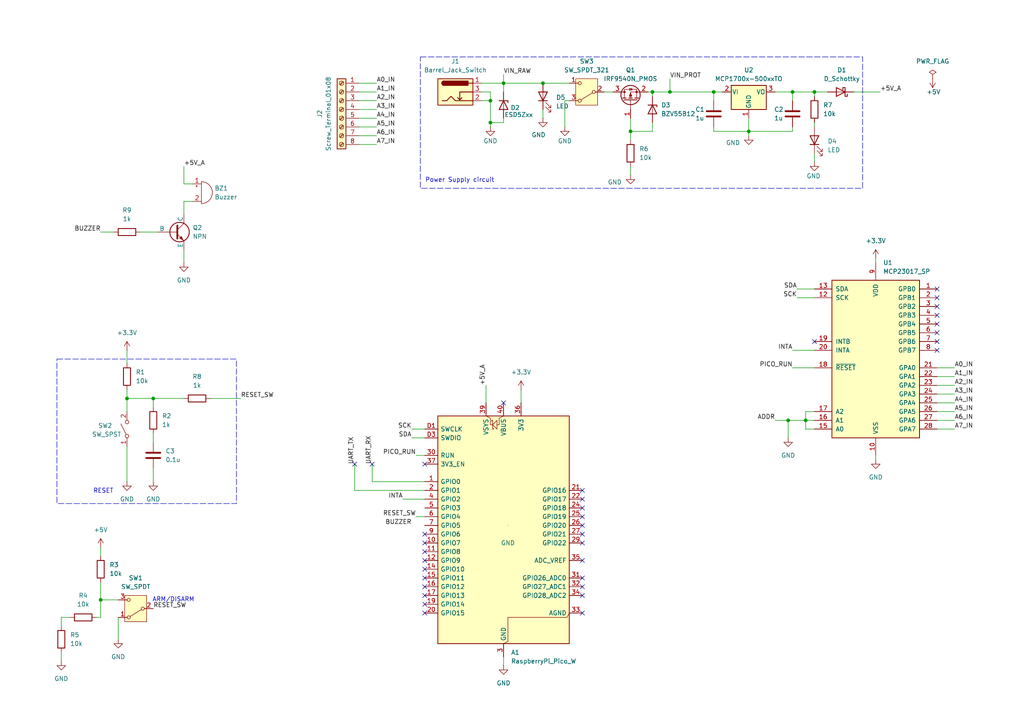
<source format=kicad_sch>
(kicad_sch (version 20250114) (generator "eeschema") (generator_version "9.0")
  (paper "A4")
  (lib_symbols
    (symbol "Connector:Barrel_Jack_Switch" (pin_names (hide yes))
      (property "Reference" "J" (at 0 5.334 0))
      (property "Value" "Barrel_Jack_Switch" (at 0 -5.08 0))
      (symbol "Barrel_Jack_Switch_0_1"
        (rectangle (start -5.08 3.81) (end 5.08 -3.81) (stroke (width 0.254)) (fill (type background)))
        (polyline (pts (xy -3.81 -2.54) (xy -2.54 -2.54) (xy -1.27 -1.27) (xy 0 -2.54) (xy 2.54 -2.54) (xy 5.08 -2.54)) (stroke (width 0.254)))
        (arc (start -3.302 1.905) (mid -3.9343 2.54) (end -3.302 3.175) (stroke (width 0.254)))
        (arc (start -3.302 1.905) (mid -3.9343 2.54) (end -3.302 3.175) (stroke (width 0.254)) (fill (type outline)))
        (polyline (pts (xy 1.27 -2.286) (xy 1.905 -1.651)) (stroke (width 0.254)))
        (rectangle (start 3.683 3.175) (end -3.302 1.905) (stroke (width 0.254)) (fill (type outline)))
        (polyline (pts (xy 5.08 2.54) (xy 3.81 2.54)) (stroke (width 0.254)))
        (polyline (pts (xy 5.08 0) (xy 1.27 0) (xy 1.27 -2.286) (xy 0.635 -1.651)) (stroke (width 0.254)))
      )
      (symbol "Barrel_Jack_Switch_1_1"
        (pin passive line (at 7.62 2.54 180) (length 2.54) (name "~") (number "1"))
        (pin passive line (at 7.62 0 180) (length 2.54) (name "~") (number "3"))
        (pin passive line (at 7.62 -2.54 180) (length 2.54) (name "~") (number "2"))
      )
    )
    (symbol "Connector:Screw_Terminal_01x08" (pin_names (offset 1.016) (hide yes))
      (property "Reference" "J" (at 0 10.16 0))
      (property "Value" "Screw_Terminal_01x08" (at 0 -12.7 0))
      (symbol "Screw_Terminal_01x08_1_1"
        (rectangle (start -1.27 8.89) (end 1.27 -11.43) (stroke (width 0.254)) (fill (type background)))
        (polyline (pts (xy -0.5334 7.9502) (xy 0.3302 7.112)) (stroke (width 0.1524)))
        (polyline (pts (xy -0.5334 5.4102) (xy 0.3302 4.572)) (stroke (width 0.1524)))
        (polyline (pts (xy -0.5334 2.8702) (xy 0.3302 2.032)) (stroke (width 0.1524)))
        (polyline (pts (xy -0.5334 0.3302) (xy 0.3302 -0.508)) (stroke (width 0.1524)))
        (polyline (pts (xy -0.5334 -2.2098) (xy 0.3302 -3.048)) (stroke (width 0.1524)))
        (polyline (pts (xy -0.5334 -4.7498) (xy 0.3302 -5.588)) (stroke (width 0.1524)))
        (polyline (pts (xy -0.5334 -7.2898) (xy 0.3302 -8.128)) (stroke (width 0.1524)))
        (polyline (pts (xy -0.5334 -9.8298) (xy 0.3302 -10.668)) (stroke (width 0.1524)))
        (polyline (pts (xy -0.3556 8.128) (xy 0.508 7.2898)) (stroke (width 0.1524)))
        (polyline (pts (xy -0.3556 5.588) (xy 0.508 4.7498)) (stroke (width 0.1524)))
        (polyline (pts (xy -0.3556 3.048) (xy 0.508 2.2098)) (stroke (width 0.1524)))
        (polyline (pts (xy -0.3556 0.508) (xy 0.508 -0.3302)) (stroke (width 0.1524)))
        (polyline (pts (xy -0.3556 -2.032) (xy 0.508 -2.8702)) (stroke (width 0.1524)))
        (polyline (pts (xy -0.3556 -4.572) (xy 0.508 -5.4102)) (stroke (width 0.1524)))
        (polyline (pts (xy -0.3556 -7.112) (xy 0.508 -7.9502)) (stroke (width 0.1524)))
        (polyline (pts (xy -0.3556 -9.652) (xy 0.508 -10.4902)) (stroke (width 0.1524)))
        (circle (center 0 7.62) (radius 0.635) (stroke (width 0.1524)))
        (circle (center 0 5.08) (radius 0.635) (stroke (width 0.1524)))
        (circle (center 0 2.54) (radius 0.635) (stroke (width 0.1524)))
        (circle (center 0 0) (radius 0.635) (stroke (width 0.1524)))
        (circle (center 0 -2.54) (radius 0.635) (stroke (width 0.1524)))
        (circle (center 0 -5.08) (radius 0.635) (stroke (width 0.1524)))
        (circle (center 0 -7.62) (radius 0.635) (stroke (width 0.1524)))
        (circle (center 0 -10.16) (radius 0.635) (stroke (width 0.1524)))
        (pin passive line (at -5.08 7.62 0) (length 3.81) (name "Pin_1") (number "1"))
        (pin passive line (at -5.08 5.08 0) (length 3.81) (name "Pin_2") (number "2"))
        (pin passive line (at -5.08 2.54 0) (length 3.81) (name "Pin_3") (number "3"))
        (pin passive line (at -5.08 0 0) (length 3.81) (name "Pin_4") (number "4"))
        (pin passive line (at -5.08 -2.54 0) (length 3.81) (name "Pin_5") (number "5"))
        (pin passive line (at -5.08 -5.08 0) (length 3.81) (name "Pin_6") (number "6"))
        (pin passive line (at -5.08 -7.62 0) (length 3.81) (name "Pin_7") (number "7"))
        (pin passive line (at -5.08 -10.16 0) (length 3.81) (name "Pin_8") (number "8"))
      )
    )
    (symbol "Device:Buzzer" (pin_names (offset 0.0254) (hide yes))
      (property "Reference" "BZ" (at 3.81 1.27 0))
      (property "Value" "Buzzer" (at 3.81 -1.27 0))
      (symbol "Buzzer_0_1"
        (polyline (pts (xy -1.651 1.905) (xy -1.143 1.905)))
        (polyline (pts (xy -1.397 2.159) (xy -1.397 1.651)))
        (arc (start 0 3.175) (mid 3.1612 0) (end 0 -3.175))
        (polyline (pts (xy 0 3.175) (xy 0 -3.175)))
      )
      (symbol "Buzzer_1_1"
        (pin passive line (at -2.54 2.54 0) (length 2.54) (name "+") (number "1"))
        (pin passive line (at -2.54 -2.54 0) (length 2.54) (name "-") (number "2"))
      )
    )
    (symbol "Device:C" (pin_numbers (hide yes)) (pin_names (offset 0.254))
      (property "Reference" "C" (at 0.635 2.54 0))
      (property "Value" "C" (at 0.635 -2.54 0))
      (symbol "C_0_1"
        (polyline (pts (xy -2.032 0.762) (xy 2.032 0.762)) (stroke (width 0.508)))
        (polyline (pts (xy -2.032 -0.762) (xy 2.032 -0.762)) (stroke (width 0.508)))
      )
      (symbol "C_1_1"
        (pin passive line (at 0 3.81 270) (length 2.794) (name "~") (number "1"))
        (pin passive line (at 0 -3.81 90) (length 2.794) (name "~") (number "2"))
      )
    )
    (symbol "Device:D_Schottky" (pin_numbers (hide yes)) (pin_names (offset 1.016) (hide yes))
      (property "Reference" "D" (at 0 2.54 0))
      (property "Value" "D_Schottky" (at 0 -2.54 0))
      (symbol "D_Schottky_0_1"
        (polyline (pts (xy -1.905 0.635) (xy -1.905 1.27) (xy -1.27 1.27) (xy -1.27 -1.27) (xy -0.635 -1.27) (xy -0.635 -0.635)) (stroke (width 0.254)))
        (polyline (pts (xy 1.27 1.27) (xy 1.27 -1.27) (xy -1.27 0) (xy 1.27 1.27)) (stroke (width 0.254)))
        (polyline (pts (xy 1.27 0) (xy -1.27 0)))
      )
      (symbol "D_Schottky_1_1"
        (pin passive line (at -3.81 0 0) (length 2.54) (name "K") (number "1"))
        (pin passive line (at 3.81 0 180) (length 2.54) (name "A") (number "2"))
      )
    )
    (symbol "Device:LED" (pin_numbers (hide yes)) (pin_names (offset 1.016) (hide yes))
      (property "Reference" "D" (at 0 2.54 0))
      (property "Value" "LED" (at 0 -2.54 0))
      (symbol "LED_0_1"
        (polyline (pts (xy -3.048 -0.762) (xy -4.572 -2.286) (xy -3.81 -2.286) (xy -4.572 -2.286) (xy -4.572 -1.524)))
        (polyline (pts (xy -1.778 -0.762) (xy -3.302 -2.286) (xy -2.54 -2.286) (xy -3.302 -2.286) (xy -3.302 -1.524)))
        (polyline (pts (xy -1.27 0) (xy 1.27 0)))
        (polyline (pts (xy -1.27 -1.27) (xy -1.27 1.27)) (stroke (width 0.254)))
        (polyline (pts (xy 1.27 -1.27) (xy 1.27 1.27) (xy -1.27 0) (xy 1.27 -1.27)) (stroke (width 0.254)))
      )
      (symbol "LED_1_1"
        (pin passive line (at -3.81 0 0) (length 2.54) (name "K") (number "1"))
        (pin passive line (at 3.81 0 180) (length 2.54) (name "A") (number "2"))
      )
    )
    (symbol "Device:R" (pin_numbers (hide yes)) (pin_names (offset 0))
      (property "Reference" "R" (at 2.032 0 90))
      (property "Value" "R" (at 0 0 90))
      (symbol "R_0_1"
        (rectangle (start -1.016 -2.54) (end 1.016 2.54) (stroke (width 0.254)))
      )
      (symbol "R_1_1"
        (pin passive line (at 0 3.81 270) (length 1.27) (name "~") (number "1"))
        (pin passive line (at 0 -3.81 90) (length 1.27) (name "~") (number "2"))
      )
    )
    (symbol "Diode:BZV55B12" (pin_numbers (hide yes)) (pin_names (hide yes))
      (property "Reference" "D" (at 0 2.54 0))
      (property "Value" "BZV55B12" (at 0 -2.54 0))
      (symbol "BZV55B12_0_1"
        (polyline (pts (xy -1.27 -1.27) (xy -1.27 1.27) (xy -0.762 1.27)) (stroke (width 0.254)))
        (polyline (pts (xy 1.27 0) (xy -1.27 0)))
        (polyline (pts (xy 1.27 -1.27) (xy 1.27 1.27) (xy -1.27 0) (xy 1.27 -1.27)) (stroke (width 0.254)))
      )
      (symbol "BZV55B12_1_1"
        (pin passive line (at -3.81 0 0) (length 2.54) (name "K") (number "1"))
        (pin passive line (at 3.81 0 180) (length 2.54) (name "A") (number "2"))
      )
    )
    (symbol "Diode:ESD5Zxx" (pin_numbers (hide yes)) (pin_names (hide yes))
      (property "Reference" "D" (at 0 2.54 0))
      (property "Value" "ESD5Zxx" (at 0 -2.54 0))
      (symbol "ESD5Zxx_0_1"
        (polyline (pts (xy -1.27 -1.27) (xy -1.27 1.27) (xy -0.762 1.27)) (stroke (width 0.254)))
        (polyline (pts (xy 1.27 0) (xy -1.27 0)))
        (polyline (pts (xy 1.27 -1.27) (xy 1.27 1.27) (xy -1.27 0) (xy 1.27 -1.27)) (stroke (width 0.254)))
      )
      (symbol "ESD5Zxx_1_1"
        (pin passive line (at -3.81 0 0) (length 2.54) (name "K") (number "1"))
        (pin passive line (at 3.81 0 180) (length 2.54) (name "A") (number "2"))
      )
    )
    (symbol "Interface_Expansion:MCP23017_SP" (pin_names (offset 1.016))
      (property "Reference" "U" (at -11.43 24.13 0))
      (property "Value" "MCP23017_SP" (at 0 0 0))
      (symbol "MCP23017_SP_0_1"
        (rectangle (start -12.7 22.86) (end 12.7 -22.86) (stroke (width 0.254)) (fill (type background)))
      )
      (symbol "MCP23017_SP_1_1"
        (pin bidirectional line (at -17.78 20.32 0) (length 5.08) (name "SDA") (number "13"))
        (pin input line (at -17.78 17.78 0) (length 5.08) (name "SCK") (number "12"))
        (pin tri_state line (at -17.78 5.08 0) (length 5.08) (name "INTB") (number "19"))
        (pin tri_state line (at -17.78 2.54 0) (length 5.08) (name "INTA") (number "20"))
        (pin input line (at -17.78 -2.54 0) (length 5.08) (name "~{RESET}") (number "18"))
        (pin input line (at -17.78 -15.24 0) (length 5.08) (name "A2") (number "17"))
        (pin input line (at -17.78 -17.78 0) (length 5.08) (name "A1") (number "16"))
        (pin input line (at -17.78 -20.32 0) (length 5.08) (name "A0") (number "15"))
        (pin no_connect line (at -12.7 15.24 0) (length 5.08) (hide yes) (name "NC") (number "11"))
        (pin no_connect line (at -12.7 12.7 0) (length 5.08) (hide yes) (name "NC") (number "14"))
        (pin power_in line (at 0 27.94 270) (length 5.08) (name "VDD") (number "9"))
        (pin power_in line (at 0 -27.94 90) (length 5.08) (name "VSS") (number "10"))
        (pin bidirectional line (at 17.78 20.32 180) (length 5.08) (name "GPB0") (number "1"))
        (pin bidirectional line (at 17.78 17.78 180) (length 5.08) (name "GPB1") (number "2"))
        (pin bidirectional line (at 17.78 15.24 180) (length 5.08) (name "GPB2") (number "3"))
        (pin bidirectional line (at 17.78 12.7 180) (length 5.08) (name "GPB3") (number "4"))
        (pin bidirectional line (at 17.78 10.16 180) (length 5.08) (name "GPB4") (number "5"))
        (pin bidirectional line (at 17.78 7.62 180) (length 5.08) (name "GPB5") (number "6"))
        (pin bidirectional line (at 17.78 5.08 180) (length 5.08) (name "GPB6") (number "7"))
        (pin output line (at 17.78 2.54 180) (length 5.08) (name "GPB7") (number "8"))
        (pin bidirectional line (at 17.78 -2.54 180) (length 5.08) (name "GPA0") (number "21"))
        (pin bidirectional line (at 17.78 -5.08 180) (length 5.08) (name "GPA1") (number "22"))
        (pin bidirectional line (at 17.78 -7.62 180) (length 5.08) (name "GPA2") (number "23"))
        (pin bidirectional line (at 17.78 -10.16 180) (length 5.08) (name "GPA3") (number "24"))
        (pin bidirectional line (at 17.78 -12.7 180) (length 5.08) (name "GPA4") (number "25"))
        (pin bidirectional line (at 17.78 -15.24 180) (length 5.08) (name "GPA5") (number "26"))
        (pin bidirectional line (at 17.78 -17.78 180) (length 5.08) (name "GPA6") (number "27"))
        (pin output line (at 17.78 -20.32 180) (length 5.08) (name "GPA7") (number "28"))
      )
    )
    (symbol "MCU_Module:RaspberryPi_Pico_W_Debug" (pin_names (offset 0.762))
      (property "Reference" "A" (at -19.05 35.56 0))
      (property "Value" "RaspberryPi_Pico_W" (at 7.62 35.56 0))
      (symbol "RaspberryPi_Pico_W_Debug_0_1"
        (rectangle (start -19.05 34.29) (end 19.05 -31.75) (stroke (width 0.254)) (fill (type background)))
        (polyline (pts (xy -5.08 34.29) (xy -3.81 33.655) (xy -3.81 31.75) (xy -3.175 31.75)))
        (polyline (pts (xy -3.429 32.766) (xy -3.429 33.02) (xy -3.175 33.02) (xy -3.175 30.48) (xy -2.921 30.48) (xy -2.921 30.734)))
        (polyline (pts (xy -3.175 31.75) (xy -1.905 33.02) (xy -1.905 30.48) (xy -3.175 31.75)))
        (polyline (pts (xy 0 34.29) (xy -1.27 33.655) (xy -1.27 31.75) (xy -1.905 31.75)))
        (polyline (pts (xy 0 -31.75) (xy 1.27 -31.115) (xy 1.27 -24.13) (xy 18.415 -24.13) (xy 19.05 -22.86)))
      )
      (symbol "RaspberryPi_Pico_W_Debug_1_1"
        (pin input line (at -22.86 30.48 0) (length 3.81) (name "SWCLK") (number "D1"))
        (pin bidirectional line (at -22.86 27.94 0) (length 3.81) (name "SWDIO") (number "D3"))
        (pin passive line (at -22.86 22.86 0) (length 3.81) (name "RUN") (number "30"))
        (pin passive line (at -22.86 20.32 0) (length 3.81) (name "3V3_EN") (number "37"))
        (pin bidirectional line (at -22.86 15.24 0) (length 3.81) (name "GPIO0") (number "1"))
        (pin bidirectional line (at -22.86 12.7 0) (length 3.81) (name "GPIO1") (number "2"))
        (pin bidirectional line (at -22.86 10.16 0) (length 3.81) (name "GPIO2") (number "4"))
        (pin bidirectional line (at -22.86 7.62 0) (length 3.81) (name "GPIO3") (number "5"))
        (pin bidirectional line (at -22.86 5.08 0) (length 3.81) (name "GPIO4") (number "6"))
        (pin bidirectional line (at -22.86 2.54 0) (length 3.81) (name "GPIO5") (number "7"))
        (pin bidirectional line (at -22.86 0 0) (length 3.81) (name "GPIO6") (number "9"))
        (pin bidirectional line (at -22.86 -2.54 0) (length 3.81) (name "GPIO7") (number "10"))
        (pin bidirectional line (at -22.86 -5.08 0) (length 3.81) (name "GPIO8") (number "11"))
        (pin bidirectional line (at -22.86 -7.62 0) (length 3.81) (name "GPIO9") (number "12"))
        (pin bidirectional line (at -22.86 -10.16 0) (length 3.81) (name "GPIO10") (number "14"))
        (pin bidirectional line (at -22.86 -12.7 0) (length 3.81) (name "GPIO11") (number "15"))
        (pin bidirectional line (at -22.86 -15.24 0) (length 3.81) (name "GPIO12") (number "16"))
        (pin bidirectional line (at -22.86 -17.78 0) (length 3.81) (name "GPIO13") (number "17"))
        (pin bidirectional line (at -22.86 -20.32 0) (length 3.81) (name "GPIO14") (number "19"))
        (pin bidirectional line (at -22.86 -22.86 0) (length 3.81) (name "GPIO15") (number "20"))
        (pin power_in line (at -5.08 38.1 270) (length 3.81) (name "VSYS") (number "39"))
        (pin power_out line (at 0 38.1 270) (length 3.81) (name "VBUS") (number "40"))
        (pin passive line (at 0 -35.56 90) (length 3.81) (hide yes) (name "GND") (number "13"))
        (pin passive line (at 0 -35.56 90) (length 3.81) (hide yes) (name "GND") (number "18"))
        (pin passive line (at 0 -35.56 90) (length 3.81) (hide yes) (name "GND") (number "23"))
        (pin passive line (at 0 -35.56 90) (length 3.81) (hide yes) (name "GND") (number "28"))
        (pin power_out line (at 0 -35.56 90) (length 3.81) (name "GND") (number "3"))
        (pin passive line (at 0 -35.56 90) (length 3.81) (hide yes) (name "GND") (number "38"))
        (pin passive line (at 0 -35.56 90) (length 3.81) (hide yes) (name "GND") (number "8"))
        (pin passive line (at 0 -35.56 90) (length 3.81) (hide yes) (name "GND") (number "D2"))
        (pin power_out line (at 5.08 38.1 270) (length 3.81) (name "3V3") (number "36"))
        (pin bidirectional line (at 22.86 12.7 180) (length 3.81) (name "GPIO16") (number "21"))
        (pin bidirectional line (at 22.86 10.16 180) (length 3.81) (name "GPIO17") (number "22"))
        (pin bidirectional line (at 22.86 7.62 180) (length 3.81) (name "GPIO18") (number "24"))
        (pin bidirectional line (at 22.86 5.08 180) (length 3.81) (name "GPIO19") (number "25"))
        (pin bidirectional line (at 22.86 2.54 180) (length 3.81) (name "GPIO20") (number "26"))
        (pin bidirectional line (at 22.86 0 180) (length 3.81) (name "GPIO21") (number "27"))
        (pin bidirectional line (at 22.86 -2.54 180) (length 3.81) (name "GPIO22") (number "29"))
        (pin power_in line (at 22.86 -7.62 180) (length 3.81) (name "ADC_VREF") (number "35"))
        (pin bidirectional line (at 22.86 -12.7 180) (length 3.81) (name "GPIO26_ADC0") (number "31"))
        (pin bidirectional line (at 22.86 -15.24 180) (length 3.81) (name "GPIO27_ADC1") (number "32"))
        (pin bidirectional line (at 22.86 -17.78 180) (length 3.81) (name "GPIO28_ADC2") (number "34"))
        (pin power_out line (at 22.86 -22.86 180) (length 3.81) (name "AGND") (number "33"))
      )
    )
    (symbol "Regulator_Linear:MCP1700x-500xxTO" (pin_names (offset 0.254))
      (property "Reference" "U" (at -3.81 -3.175 0))
      (property "Value" "MCP1700x-500xxTO" (at 0 -3.175 0))
      (symbol "MCP1700x-500xxTO_0_1"
        (rectangle (start -5.08 5.08) (end 5.08 -1.905) (stroke (width 0.254)) (fill (type background)))
      )
      (symbol "MCP1700x-500xxTO_1_1"
        (pin power_in line (at -7.62 0 0) (length 2.54) (name "VI") (number "2"))
        (pin power_in line (at 0 7.62 270) (length 2.54) (name "GND") (number "1"))
        (pin power_out line (at 7.62 0 180) (length 2.54) (name "VO") (number "3"))
      )
    )
    (symbol "Simulation_SPICE:NPN" (pin_numbers (hide yes)) (pin_names (offset 0))
      (property "Reference" "Q" (at -2.54 7.62 0))
      (property "Value" "NPN" (at -2.54 5.08 0))
      (symbol "NPN_0_1"
        (polyline (pts (xy -2.54 0) (xy 0.635 0)) (stroke (width 0.1524)))
        (polyline (pts (xy 0.635 1.905) (xy 0.635 -1.905) (xy 0.635 -1.905)) (stroke (width 0.508)))
        (polyline (pts (xy 0.635 0.635) (xy 2.54 2.54)))
        (polyline (pts (xy 0.635 -0.635) (xy 2.54 -2.54) (xy 2.54 -2.54)))
        (circle (center 1.27 0) (radius 2.8194) (stroke (width 0.254)))
        (polyline (pts (xy 1.27 -1.778) (xy 1.778 -1.27) (xy 2.286 -2.286) (xy 1.27 -1.778) (xy 1.27 -1.778)) (fill (type outline)))
        (polyline (pts (xy 2.794 -1.27) (xy 2.794 -1.27)) (stroke (width 0.1524)))
        (polyline (pts (xy 2.794 -1.27) (xy 2.794 -1.27)) (stroke (width 0.1524)))
      )
      (symbol "NPN_1_1"
        (pin input line (at -5.08 0 0) (length 2.54) (name "B") (number "2"))
        (pin open_collector line (at 2.54 5.08 270) (length 2.54) (name "C") (number "1"))
        (pin open_emitter line (at 2.54 -5.08 90) (length 2.54) (name "E") (number "3"))
      )
    )
    (symbol "Switch:SW_SPDT" (pin_names (offset 0) (hide yes))
      (property "Reference" "SW" (at 0 5.08 0))
      (property "Value" "SW_SPDT" (at 0 -5.08 0))
      (symbol "SW_SPDT_0_1"
        (circle (center -2.032 0) (radius 0.4572))
        (polyline (pts (xy -1.651 0.254) (xy 1.651 2.286)))
        (circle (center 2.032 2.54) (radius 0.4572))
        (circle (center 2.032 -2.54) (radius 0.4572))
      )
      (symbol "SW_SPDT_1_1"
        (rectangle (start -3.175 3.81) (end 3.175 -3.81) (fill (type background)))
        (pin passive line (at -5.08 0 0) (length 2.54) (name "B") (number "2"))
        (pin passive line (at 5.08 2.54 180) (length 2.54) (name "A") (number "1"))
        (pin passive line (at 5.08 -2.54 180) (length 2.54) (name "C") (number "3"))
      )
    )
    (symbol "Switch:SW_SPDT_321" (pin_names (offset 1) (hide yes))
      (property "Reference" "SW" (at 0 5.08 0))
      (property "Value" "SW_SPDT_321" (at 0 -5.08 0))
      (symbol "SW_SPDT_321_0_1"
        (circle (center -2.032 0) (radius 0.4572))
        (polyline (pts (xy -1.651 0.254) (xy 1.651 2.286)))
        (circle (center 2.032 2.54) (radius 0.4572))
        (circle (center 2.032 -2.54) (radius 0.4572))
      )
      (symbol "SW_SPDT_321_1_1"
        (rectangle (start -3.175 3.81) (end 3.175 -3.81) (fill (type background)))
        (pin passive line (at -5.08 0 0) (length 2.54) (name "B") (number "2"))
        (pin passive line (at 5.08 2.54 180) (length 2.54) (name "A") (number "3"))
        (pin passive line (at 5.08 -2.54 180) (length 2.54) (name "C") (number "1"))
      )
    )
    (symbol "Switch:SW_SPST" (pin_names (offset 0) (hide yes))
      (property "Reference" "SW" (at 0 3.175 0))
      (property "Value" "SW_SPST" (at 0 -2.54 0))
      (symbol "SW_SPST_0_0"
        (circle (center -2.032 0) (radius 0.508))
        (polyline (pts (xy -1.524 0.254) (xy 1.524 1.778)))
        (circle (center 2.032 0) (radius 0.508))
      )
      (symbol "SW_SPST_1_1"
        (pin passive line (at -5.08 0 0) (length 2.54) (name "A") (number "1"))
        (pin passive line (at 5.08 0 180) (length 2.54) (name "B") (number "2"))
      )
    )
    (symbol "Transistor_FET:Q_PMOS_GSD" (pin_names (offset 0) (hide yes))
      (property "Reference" "Q" (at 5.08 1.905 0))
      (property "Value" "Q_PMOS_GSD" (at 5.08 0 0))
      (symbol "Q_PMOS_GSD_0_1"
        (polyline (pts (xy 0.254 1.905) (xy 0.254 -1.905)) (stroke (width 0.254)))
        (polyline (pts (xy 0.254 0) (xy -2.54 0)))
        (polyline (pts (xy 0.762 2.286) (xy 0.762 1.27)) (stroke (width 0.254)))
        (polyline (pts (xy 0.762 1.778) (xy 3.302 1.778) (xy 3.302 -1.778) (xy 0.762 -1.778)))
        (polyline (pts (xy 0.762 0.508) (xy 0.762 -0.508)) (stroke (width 0.254)))
        (polyline (pts (xy 0.762 -1.27) (xy 0.762 -2.286)) (stroke (width 0.254)))
        (circle (center 1.651 0) (radius 2.794) (stroke (width 0.254)))
        (polyline (pts (xy 2.286 0) (xy 1.27 0.381) (xy 1.27 -0.381) (xy 2.286 0)) (fill (type outline)))
        (polyline (pts (xy 2.54 2.54) (xy 2.54 1.778)))
        (circle (center 2.54 1.778) (radius 0.254) (fill (type outline)))
        (circle (center 2.54 -1.778) (radius 0.254) (fill (type outline)))
        (polyline (pts (xy 2.54 -2.54) (xy 2.54 0) (xy 0.762 0)))
        (polyline (pts (xy 2.921 -0.381) (xy 3.683 -0.381)))
        (polyline (pts (xy 3.302 -0.381) (xy 2.921 0.254) (xy 3.683 0.254) (xy 3.302 -0.381)))
      )
      (symbol "Q_PMOS_GSD_1_1"
        (pin input line (at -5.08 0 0) (length 2.54) (name "G") (number "1"))
        (pin passive line (at 2.54 5.08 270) (length 2.54) (name "D") (number "3"))
        (pin passive line (at 2.54 -5.08 90) (length 2.54) (name "S") (number "2"))
      )
    )
    (symbol "power:+3.3V" (power) (pin_numbers (hide yes)) (pin_names (offset 0) (hide yes))
      (property "Value" "+3.3V" (at 0 3.556 0))
      (symbol "+3.3V_0_1"
        (polyline (pts (xy -0.762 1.27) (xy 0 2.54)))
        (polyline (pts (xy 0 2.54) (xy 0.762 1.27)))
        (polyline (pts (xy 0 0) (xy 0 2.54)))
      )
      (symbol "+3.3V_1_1"
        (pin power_in line (at 0 0 90) (length 0) (name "~") (number "1"))
      )
    )
    (symbol "power:+5V" (power) (pin_numbers (hide yes)) (pin_names (offset 0) (hide yes))
      (property "Value" "+5V" (at 0 3.556 0))
      (symbol "+5V_0_1"
        (polyline (pts (xy -0.762 1.27) (xy 0 2.54)))
        (polyline (pts (xy 0 2.54) (xy 0.762 1.27)))
        (polyline (pts (xy 0 0) (xy 0 2.54)))
      )
      (symbol "+5V_1_1"
        (pin power_in line (at 0 0 90) (length 0) (name "~") (number "1"))
      )
    )
    (symbol "power:GND" (power) (pin_numbers (hide yes)) (pin_names (offset 0) (hide yes))
      (property "Value" "GND" (at 0 -3.81 0))
      (symbol "GND_0_1"
        (polyline (pts (xy 0 0) (xy 0 -1.27) (xy 1.27 -1.27) (xy 0 -2.54) (xy -1.27 -1.27) (xy 0 -1.27)))
      )
      (symbol "GND_1_1"
        (pin power_in line (at 0 0 270) (length 0) (name "~") (number "1"))
      )
    )
    (symbol "power:PWR_FLAG" (power) (pin_numbers (hide yes)) (pin_names (offset 0) (hide yes))
      (property "Value" "PWR_FLAG" (at 0 3.81 0))
      (symbol "PWR_FLAG_0_0"
        (pin power_out line (at 0 0 90) (length 0) (name "~") (number "1"))
      )
      (symbol "PWR_FLAG_0_1"
        (polyline (pts (xy 0 0) (xy 0 1.27) (xy -1.016 1.905) (xy 0 2.54) (xy 1.016 1.905) (xy 0 1.27)))
      )
    )
  )
  (rectangle (start 121.92 16.51) (end 250.19 54.61) (stroke (width 0) (type dash)))
  (rectangle (start 16.51 104.14) (end 68.58 146.05) (stroke (width 0) (type dash)))
  (text "ARM/DISARM" (at 50.292 173.99 0) (effects (font (size 1.27 1.27))))
  (text "Power Supply circuit" (at 133.35 52.324 0) (effects (font (size 1.27 1.27))))
  (text "RESET" (at 29.972 142.494 0) (effects (font (size 1.27 1.27))))
  (junction (at 29.21 173.99))
  (junction (at 217.17 38.1))
  (junction (at 182.88 38.1))
  (junction (at 228.6 121.92))
  (junction (at 233.68 121.92))
  (junction (at 36.83 115.57))
  (junction (at 146.05 24.13))
  (junction (at 229.87 26.67))
  (junction (at 142.24 29.21))
  (junction (at 194.31 26.67))
  (junction (at 142.24 35.56))
  (junction (at 236.22 26.67))
  (junction (at 157.48 24.13))
  (junction (at 44.45 115.57))
  (junction (at 207.01 26.67))
  (junction (at 189.23 26.67))
  (no_connect (at 123.19 154.94))
  (no_connect (at 123.19 165.1))
  (no_connect (at 271.78 99.06))
  (no_connect (at 271.78 83.82))
  (no_connect (at 123.19 157.48))
  (no_connect (at 271.78 101.6))
  (no_connect (at 168.91 154.94))
  (no_connect (at 236.22 99.06))
  (no_connect (at 146.05 116.84))
  (no_connect (at 168.91 170.18))
  (no_connect (at 168.91 177.8))
  (no_connect (at 123.19 134.62))
  (no_connect (at 123.19 172.72))
  (no_connect (at 168.91 149.86))
  (no_connect (at 271.78 86.36))
  (no_connect (at 168.91 142.24))
  (no_connect (at 271.78 88.9))
  (no_connect (at 168.91 172.72))
  (no_connect (at 271.78 91.44))
  (no_connect (at 168.91 144.78))
  (no_connect (at 271.78 96.52))
  (no_connect (at 168.91 157.48))
  (no_connect (at 102.87 134.62))
  (no_connect (at 123.19 167.64))
  (no_connect (at 168.91 147.32))
  (no_connect (at 123.19 160.02))
  (no_connect (at 123.19 175.26))
  (no_connect (at 123.19 162.56))
  (no_connect (at 123.19 177.8))
  (no_connect (at 168.91 152.4))
  (no_connect (at 168.91 167.64))
  (no_connect (at 123.19 170.18))
  (no_connect (at 168.91 162.56))
  (no_connect (at 271.78 93.98))
  (no_connect (at 107.95 134.62))
  (wire (pts (xy 233.68 121.92) (xy 236.22 121.92)))
  (wire (pts (xy 228.6 121.92) (xy 233.68 121.92)))
  (wire (pts (xy 229.87 106.68) (xy 236.22 106.68)))
  (wire (pts (xy 40.64 67.31) (xy 45.72 67.31)))
  (wire (pts (xy 53.34 72.39) (xy 53.34 76.2)))
  (wire (pts (xy 44.45 115.57) (xy 53.34 115.57)))
  (wire (pts (xy 104.14 41.91) (xy 109.22 41.91)))
  (wire (pts (xy 182.88 38.1) (xy 182.88 40.64)))
  (wire (pts (xy 34.29 179.07) (xy 34.29 185.42)))
  (wire (pts (xy 36.83 115.57) (xy 36.83 119.38)))
  (wire (pts (xy 217.17 34.29) (xy 217.17 38.1)))
  (wire (pts (xy 233.68 119.38) (xy 236.22 119.38)))
  (wire (pts (xy 29.21 67.31) (xy 33.02 67.31)))
  (wire (pts (xy 53.34 48.26) (xy 53.34 53.34)))
  (wire (pts (xy 36.83 101.6) (xy 36.83 105.41)))
  (wire (pts (xy 146.05 24.13) (xy 146.05 26.67)))
  (wire (pts (xy 17.78 189.23) (xy 17.78 191.77)))
  (wire (pts (xy 271.78 111.76) (xy 276.86 111.76)))
  (wire (pts (xy 142.24 26.67) (xy 142.24 29.21)))
  (wire (pts (xy 29.21 173.99) (xy 29.21 179.07)))
  (wire (pts (xy 233.68 124.46) (xy 233.68 121.92)))
  (wire (pts (xy 17.78 179.07) (xy 17.78 181.61)))
  (wire (pts (xy 224.79 121.92) (xy 228.6 121.92)))
  (wire (pts (xy 247.65 26.67) (xy 255.27 26.67)))
  (wire (pts (xy 271.78 109.22) (xy 276.86 109.22)))
  (wire (pts (xy 120.65 132.08) (xy 123.19 132.08)))
  (wire (pts (xy 36.83 139.7) (xy 36.83 129.54)))
  (wire (pts (xy 104.14 26.67) (xy 109.22 26.67)))
  (wire (pts (xy 146.05 21.59) (xy 146.05 24.13)))
  (wire (pts (xy 271.78 106.68) (xy 276.86 106.68)))
  (wire (pts (xy 116.84 144.78) (xy 123.19 144.78)))
  (wire (pts (xy 194.31 26.67) (xy 207.01 26.67)))
  (wire (pts (xy 217.17 38.1) (xy 229.87 38.1)))
  (wire (pts (xy 217.17 38.1) (xy 207.01 38.1)))
  (wire (pts (xy 120.65 149.86) (xy 123.19 149.86)))
  (wire (pts (xy 231.14 83.82) (xy 236.22 83.82)))
  (wire (pts (xy 123.19 139.7) (xy 107.95 139.7)))
  (wire (pts (xy 55.88 58.42) (xy 53.34 58.42)))
  (wire (pts (xy 217.17 38.1) (xy 217.17 39.37)))
  (wire (pts (xy 104.14 31.75) (xy 109.22 31.75)))
  (wire (pts (xy 104.14 36.83) (xy 109.22 36.83)))
  (wire (pts (xy 146.05 190.5) (xy 146.05 193.04)))
  (wire (pts (xy 175.26 26.67) (xy 177.8 26.67)))
  (wire (pts (xy 236.22 35.56) (xy 236.22 36.83)))
  (wire (pts (xy 271.78 121.92) (xy 276.86 121.92)))
  (wire (pts (xy 36.83 113.03) (xy 36.83 115.57)))
  (wire (pts (xy 229.87 36.83) (xy 229.87 38.1)))
  (wire (pts (xy 271.78 124.46) (xy 276.86 124.46)))
  (wire (pts (xy 142.24 29.21) (xy 139.7 29.21)))
  (wire (pts (xy 44.45 135.89) (xy 44.45 139.7)))
  (wire (pts (xy 236.22 44.45) (xy 236.22 46.99)))
  (wire (pts (xy 236.22 124.46) (xy 233.68 124.46)))
  (wire (pts (xy 142.24 36.83) (xy 142.24 35.56)))
  (wire (pts (xy 189.23 27.94) (xy 189.23 26.67)))
  (wire (pts (xy 207.01 38.1) (xy 207.01 36.83)))
  (wire (pts (xy 229.87 26.67) (xy 229.87 29.21)))
  (wire (pts (xy 194.31 22.86) (xy 194.31 26.67)))
  (wire (pts (xy 229.87 26.67) (xy 236.22 26.67)))
  (wire (pts (xy 20.32 179.07) (xy 17.78 179.07)))
  (wire (pts (xy 36.83 115.57) (xy 44.45 115.57)))
  (wire (pts (xy 29.21 168.91) (xy 29.21 173.99)))
  (wire (pts (xy 53.34 53.34) (xy 55.88 53.34)))
  (wire (pts (xy 142.24 35.56) (xy 146.05 35.56)))
  (wire (pts (xy 228.6 121.92) (xy 228.6 127)))
  (wire (pts (xy 163.83 29.21) (xy 163.83 36.83)))
  (wire (pts (xy 236.22 26.67) (xy 240.03 26.67)))
  (wire (pts (xy 207.01 29.21) (xy 207.01 26.67)))
  (wire (pts (xy 151.13 113.03) (xy 151.13 116.84)))
  (wire (pts (xy 207.01 26.67) (xy 209.55 26.67)))
  (wire (pts (xy 102.87 142.24) (xy 102.87 134.62)))
  (wire (pts (xy 142.24 29.21) (xy 142.24 35.56)))
  (wire (pts (xy 139.7 26.67) (xy 142.24 26.67)))
  (wire (pts (xy 104.14 34.29) (xy 109.22 34.29)))
  (wire (pts (xy 146.05 229.87) (xy 140.97 229.87)))
  (wire (pts (xy 254 132.08) (xy 254 133.35)))
  (wire (pts (xy 189.23 26.67) (xy 194.31 26.67)))
  (wire (pts (xy 29.21 179.07) (xy 27.94 179.07)))
  (wire (pts (xy 233.68 121.92) (xy 233.68 119.38)))
  (wire (pts (xy 271.78 114.3) (xy 276.86 114.3)))
  (wire (pts (xy 29.21 173.99) (xy 34.29 173.99)))
  (wire (pts (xy 165.1 29.21) (xy 163.83 29.21)))
  (wire (pts (xy 146.05 24.13) (xy 157.48 24.13)))
  (wire (pts (xy 104.14 39.37) (xy 109.22 39.37)))
  (wire (pts (xy 119.38 127) (xy 123.19 127)))
  (wire (pts (xy 254 74.93) (xy 254 76.2)))
  (wire (pts (xy 231.14 86.36) (xy 236.22 86.36)))
  (wire (pts (xy 139.7 24.13) (xy 146.05 24.13)))
  (wire (pts (xy 107.95 139.7) (xy 107.95 134.62)))
  (wire (pts (xy 104.14 24.13) (xy 109.22 24.13)))
  (wire (pts (xy 146.05 34.29) (xy 146.05 35.56)))
  (wire (pts (xy 271.78 116.84) (xy 276.86 116.84)))
  (wire (pts (xy 224.79 26.67) (xy 229.87 26.67)))
  (wire (pts (xy 157.48 31.75) (xy 157.48 34.29)))
  (wire (pts (xy 123.19 142.24) (xy 102.87 142.24)))
  (wire (pts (xy 140.97 111.76) (xy 140.97 116.84)))
  (wire (pts (xy 60.96 115.57) (xy 69.85 115.57)))
  (wire (pts (xy 271.78 119.38) (xy 276.86 119.38)))
  (wire (pts (xy 53.34 58.42) (xy 53.34 62.23)))
  (wire (pts (xy 157.48 24.13) (xy 165.1 24.13)))
  (wire (pts (xy 119.38 124.46) (xy 123.19 124.46)))
  (wire (pts (xy 236.22 26.67) (xy 236.22 27.94)))
  (wire (pts (xy 182.88 34.29) (xy 182.88 38.1)))
  (wire (pts (xy 187.96 26.67) (xy 189.23 26.67)))
  (wire (pts (xy 182.88 38.1) (xy 189.23 38.1)))
  (wire (pts (xy 44.45 115.57) (xy 44.45 118.11)))
  (wire (pts (xy 229.87 101.6) (xy 236.22 101.6)))
  (wire (pts (xy 104.14 29.21) (xy 109.22 29.21)))
  (wire (pts (xy 189.23 35.56) (xy 189.23 38.1)))
  (wire (pts (xy 29.21 158.75) (xy 29.21 161.29)))
  (wire (pts (xy 44.45 125.73) (xy 44.45 128.27)))
  (wire (pts (xy 182.88 48.26) (xy 182.88 50.8)))
  (label "SDA" (at 231.14 83.82 180))
  (label "A7_IN" (at 109.22 41.91 0))
  (label "RESET_SW" (at 44.45 176.53 0))
  (label "RESET_SW" (at 69.85 115.57 0))
  (label "VIN_PROT" (at 194.31 22.86 0))
  (label "+5V_A" (at 255.27 26.67 0))
  (label "ADDR" (at 224.79 121.92 180))
  (label "A1_IN" (at 109.22 26.67 0))
  (label "INTA" (at 116.84 144.78 180))
  (label "INTA" (at 229.87 101.6 180))
  (label "A0_IN" (at 109.22 24.13 0))
  (label "SDA" (at 119.38 127 180))
  (label "A3_IN" (at 276.86 114.3 0))
  (label "VIN_RAW" (at 146.05 21.59 0))
  (label "A2_IN" (at 276.86 111.76 0))
  (label "A7_IN" (at 276.86 124.46 0))
  (label "A4_IN" (at 109.22 34.29 0))
  (label "UART_RX" (at 107.95 134.62 90))
  (label "UART_TX" (at 102.87 134.62 90))
  (label "SCK" (at 119.38 124.46 180))
  (label "A3_IN" (at 109.22 31.75 0))
  (label "PICO_RUN" (at 120.65 132.08 180))
  (label "BUZZER" (at 119.38 152.4 180))
  (label "A5_IN" (at 276.86 119.38 0))
  (label "BUZZER" (at 29.21 67.31 180))
  (label "A4_IN" (at 276.86 116.84 0))
  (label "A2_IN" (at 109.22 29.21 0))
  (label "RESET_SW" (at 120.65 149.86 180))
  (label "PICO_RUN" (at 229.87 106.68 180))
  (label "A6_IN" (at 109.22 39.37 0))
  (label "A5_IN" (at 109.22 36.83 0))
  (label "+5V_A" (at 140.97 111.76 90))
  (label "A1_IN" (at 276.86 109.22 0))
  (label "A6_IN" (at 276.86 121.92 0))
  (label "A0_IN" (at 276.86 106.68 0))
  (label "SCK" (at 231.14 86.36 180))
  (label "+5V_A" (at 53.34 48.26 0))
  (symbol (lib_id "power:GND") (at 236.22 46.99 0) (unit 1)
    (property "Reference" "#PWR012" (effects (hide yes)))
    (property "Value" "GND" (at 235.966 51.054 0))
    (property "Description" "Power symbol creates a global label with name \"GND\" , ground" (effects (hide yes)))
  )
  (symbol (lib_id "power:GND") (at 228.6 127 0) (unit 1)
    (property "Reference" "#PWR03" (effects (hide yes)))
    (property "Value" "GND" (at 228.6 132.08 0))
    (property "Description" "Power symbol creates a global label with name \"GND\" , ground" (effects (hide yes)))
  )
  (symbol (lib_id "power:GND") (at 142.24 36.83 0) (unit 1)
    (property "Reference" "#PWR018" (effects (hide yes)))
    (property "Value" "GND" (at 142.24 40.894 0))
    (property "Description" "Power symbol creates a global label with name \"GND\" , ground" (effects (hide yes)))
  )
  (symbol (lib_id "power:+3.3V") (at 36.83 101.6 0) (unit 1)
    (property "Reference" "#PWR011" (effects (hide yes)))
    (property "Value" "+3.3V" (at 36.83 96.52 0))
    (property "Description" "Power symbol creates a global label with name \"+3.3V\"" (effects (hide yes)))
  )
  (symbol (lib_id "Device:R") (at 24.13 179.07 270) (unit 1)
    (property "Reference" "R4" (at 24.13 172.72 90))
    (property "Value" "10k" (at 24.13 175.26 90))
    (property "Footprint" "Resistor_THT:R_Axial_DIN0207_L6.3mm_D2.5mm_P2.54mm_Vertical" (effects (hide yes)))
    (property "Description" "Resistor" (effects (hide yes)))
  )
  (symbol (lib_id "Transistor_FET:Q_PMOS_GSD") (at 182.88 29.21 90) (unit 1)
    (property "Reference" "Q1" (at 182.88 20.32 90))
    (property "Value" "IRF9540N_PMOS" (at 182.88 22.86 90))
    (property "Description" "P-MOSFET transistor, gate/source/drain" (effects (hide yes)))
  )
  (symbol (lib_id "Interface_Expansion:MCP23017_SP") (at 254 104.14 0) (unit 1)
    (property "Reference" "U1" (at 256.1433 76.2 0) (effects (justify left)))
    (property "Value" "MCP23017_SP" (at 256.1433 78.74 0) (effects (justify left)))
    (property "Footprint" "Package_DIP:DIP-28_W7.62mm" (effects (hide yes)))
    (property "Datasheet" "https://ww1.microchip.com/downloads/aemDocuments/documents/APID/ProductDocuments/DataSheets/MCP23017-Data-Sheet-DS20001952.pdf" (effects (hide yes)))
    (property "Description" "16-bit I/O expander, I2C, interrupts, w pull-ups, SPDIP-28" (effects (hide yes)))
  )
  (symbol (lib_id "Device:Buzzer") (at 58.42 55.88 0) (unit 1)
    (property "Reference" "BZ1" (at 62.23 54.6099 0) (effects (justify left)))
    (property "Value" "Buzzer" (at 62.23 57.1499 0) (effects (justify left)))
    (property "Description" "Buzzer, polarized" (effects (hide yes)))
  )
  (symbol (lib_id "power:GND") (at 17.78 191.77 0) (unit 1)
    (property "Reference" "#PWR07" (effects (hide yes)))
    (property "Value" "GND" (at 17.78 196.85 0))
    (property "Description" "Power symbol creates a global label with name \"GND\" , ground" (effects (hide yes)))
  )
  (symbol (lib_id "Device:R") (at 57.15 115.57 90) (unit 1)
    (property "Reference" "R8" (at 57.15 109.22 90))
    (property "Value" "1k" (at 57.15 111.76 90))
    (property "Footprint" "Resistor_THT:R_Axial_DIN0207_L6.3mm_D2.5mm_P2.54mm_Vertical" (effects (hide yes)))
    (property "Description" "Resistor" (effects (hide yes)))
  )
  (symbol (lib_id "Device:R") (at 17.78 185.42 180) (unit 1)
    (property "Reference" "R5" (at 20.32 184.1499 0) (effects (justify right)))
    (property "Value" "10k" (at 20.32 186.6899 0) (effects (justify right)))
    (property "Footprint" "Resistor_THT:R_Axial_DIN0207_L6.3mm_D2.5mm_P2.54mm_Vertical" (effects (hide yes)))
    (property "Description" "Resistor" (effects (hide yes)))
  )
  (symbol (lib_id "Device:R") (at 29.21 165.1 0) (unit 1)
    (property "Reference" "R3" (at 31.75 163.8299 0) (effects (justify left)))
    (property "Value" "10k" (at 31.75 166.3699 0) (effects (justify left)))
    (property "Footprint" "Resistor_THT:R_Axial_DIN0207_L6.3mm_D2.5mm_P2.54mm_Vertical" (effects (hide yes)))
    (property "Description" "Resistor" (effects (hide yes)))
  )
  (symbol (lib_id "Switch:SW_SPDT_321") (at 170.18 26.67 180) (unit 1)
    (property "Reference" "SW3" (at 170.18 17.78 0))
    (property "Value" "SW_SPDT_321" (at 170.18 20.32 0))
    (property "Description" "Switch, single pole double throw" (effects (hide yes)))
  )
  (symbol (lib_id "MCU_Module:RaspberryPi_Pico_W_Debug") (at 146.05 154.94 0) (unit 1)
    (property "Reference" "A1" (at 148.1933 189.23 0) (effects (justify left)))
    (property "Value" "RaspberryPi_Pico_W" (at 148.1933 191.77 0) (effects (justify left)))
    (property "Footprint" "Module:RaspberryPi_Pico_Common_THT" (effects (hide yes)))
    (property "Datasheet" "https://datasheets.raspberrypi.com/picow/pico-w-datasheet.pdf" (effects (hide yes)))
    (property "Description" "Versatile and inexpensive wireless microcontroller module (with debug pins) powered by RP2040 dual-core Arm Cortex-M0+ processor up to 133 MHz, 264kB SRAM, 2MB QSPI flash, Infineon CYW43439 2.4GHz 802.11n wireless LAN; also supports Raspberry Pi Pico 2 W" (effects (hide yes)))
  )
  (symbol (lib_id "Connector:Screw_Terminal_01x08") (at 99.06 31.75 0) (mirror y) (unit 1)
    (property "Reference" "J2" (at 92.71 33.02 90))
    (property "Value" "Screw_Terminal_01x08" (at 95.25 33.02 90))
    (property "Footprint" "TerminalBlock_Phoenix:TerminalBlock_Phoenix_PT-1,5-8-3.5-H_1x08_P3.50mm_Horizontal" (effects (hide yes)))
    (property "Description" "Generic screw terminal, single row, 01x08, script generated (kicad-library-utils/schlib/autogen/connector/)" (effects (hide yes)))
  )
  (symbol (lib_id "Switch:SW_SPST") (at 36.83 124.46 90) (unit 1)
    (property "Reference" "SW2" (at 28.448 123.444 90) (effects (justify right)))
    (property "Value" "SW_SPST" (at 26.67 125.984 90) (effects (justify right)))
    (property "Footprint" "Button_Switch_THT:SW_PUSH-12mm_Wuerth-430476085716" (effects (hide yes)))
    (property "Description" "Single Pole Single Throw (SPST) switch" (effects (hide yes)))
  )
  (symbol (lib_id "power:GND") (at 147.32 152.4 0) (unit 1)
    (property "Reference" "#PWR02" (effects (hide yes)))
    (property "Value" "GND" (at 147.32 157.48 0))
    (property "Description" "Power symbol creates a global label with name \"GND\" , ground" (effects (hide yes)))
  )
  (symbol (lib_id "Simulation_SPICE:NPN") (at 50.8 67.31 0) (unit 1)
    (property "Reference" "Q2" (at 55.88 66.0399 0) (effects (justify left)))
    (property "Value" "NPN" (at 55.88 68.5799 0) (effects (justify left)))
    (property "Datasheet" "https://ngspice.sourceforge.io/docs/ngspice-html-manual/manual.xhtml#cha_BJTs" (effects (hide yes)))
    (property "Description" "Bipolar transistor symbol for simulation only, substrate tied to the emitter" (effects (hide yes)))
    (property "Sim.Device" "NPN" (effects (hide yes)))
    (property "Sim.Type" "GUMMELPOON" (effects (hide yes)))
    (property "Sim.Pins" "1=C 2=B 3=E" (effects (hide yes)))
  )
  (symbol (lib_id "power:GND") (at 217.17 39.37 0) (unit 1)
    (property "Reference" "#PWR015" (effects (hide yes)))
    (property "Value" "GND" (at 212.598 41.402 0))
    (property "Description" "Power symbol creates a global label with name \"GND\" , ground" (effects (hide yes)))
  )
  (symbol (lib_id "Device:LED") (at 236.22 40.64 90) (unit 1)
    (property "Reference" "D4" (at 240.03 40.9574 90) (effects (justify right)))
    (property "Value" "LED" (at 240.03 43.4974 90) (effects (justify right)))
    (property "Description" "Light emitting diode" (effects (hide yes)))
    (property "Sim.Pins" "1=K 2=A" (effects (hide yes)))
  )
  (symbol (lib_id "Diode:ESD5Zxx") (at 146.05 30.48 270) (unit 1)
    (property "Reference" "D2" (at 148.082 31.242 90) (effects (justify left)))
    (property "Value" "ESD5Zxx" (at 146.304 33.274 90) (effects (justify left)))
    (property "Footprint" "Diode_SMD:D_SOD-523" (effects (hide yes)))
    (property "Datasheet" "https://www.onsemi.com/pdf/datasheet/esd5z2.5t1-d.pdf" (effects (hide yes)))
    (property "Description" "ESD Protection Diode, SOD-523" (effects (hide yes)))
  )
  (symbol (lib_id "power:+5V") (at 29.21 158.75 0) (unit 1)
    (property "Reference" "#PWR05" (effects (hide yes)))
    (property "Value" "+5V" (at 29.21 153.67 0))
    (property "Description" "Power symbol creates a global label with name \"+5V\"" (effects (hide yes)))
  )
  (symbol (lib_id "Connector:Barrel_Jack_Switch") (at 132.08 26.67 0) (unit 1)
    (property "Reference" "J1" (at 132.08 17.78 0))
    (property "Value" "Barrel_Jack_Switch" (at 132.08 20.32 0))
    (property "Footprint" "Connector_BarrelJack:BarrelJack_Horizontal" (effects (hide yes)))
    (property "Description" "DC Barrel Jack with an internal switch" (effects (hide yes)))
  )
  (symbol (lib_id "power:GND") (at 182.88 50.8 0) (unit 1)
    (property "Reference" "#PWR016" (effects (hide yes)))
    (property "Value" "GND" (at 178.308 52.832 0))
    (property "Description" "Power symbol creates a global label with name \"GND\" , ground" (effects (hide yes)))
  )
  (symbol (lib_id "Switch:SW_SPDT") (at 39.37 176.53 180) (unit 1)
    (property "Reference" "SW1" (at 39.37 167.64 0))
    (property "Value" "SW_SPDT" (at 39.37 170.18 0))
    (property "Footprint" "Button_Switch_THT:SW_Slide-03_Wuerth-WS-SLTV_10x2.5x6.4_P2.54mm" (effects (hide yes)))
    (property "Description" "Switch, single pole double throw" (effects (hide yes)))
  )
  (symbol (lib_id "power:+3.3V") (at 254 74.93 0) (unit 1)
    (property "Reference" "#PWR010" (effects (hide yes)))
    (property "Value" "+3.3V" (at 254 69.85 0))
    (property "Description" "Power symbol creates a global label with name \"+3.3V\"" (effects (hide yes)))
  )
  (symbol (lib_id "power:+5V") (at 270.51 22.86 180) (unit 1)
    (property "Reference" "#PWR01" (effects (hide yes)))
    (property "Value" "+5V" (at 270.764 26.67 0))
    (property "Description" "Power symbol creates a global label with name \"+5V\"" (effects (hide yes)))
  )
  (symbol (lib_id "Device:R") (at 36.83 109.22 0) (unit 1)
    (property "Reference" "R1" (at 39.37 107.9499 0) (effects (justify left)))
    (property "Value" "10k" (at 39.37 110.4899 0) (effects (justify left)))
    (property "Footprint" "Resistor_THT:R_Axial_DIN0207_L6.3mm_D2.5mm_P2.54mm_Vertical" (effects (hide yes)))
    (property "Description" "Resistor" (effects (hide yes)))
  )
  (symbol (lib_id "Device:LED") (at 157.48 27.94 90) (unit 1)
    (property "Reference" "D5" (at 161.29 28.2574 90) (effects (justify right)))
    (property "Value" "LED" (at 161.29 30.7974 90) (effects (justify right)))
    (property "Description" "Light emitting diode" (effects (hide yes)))
    (property "Sim.Pins" "1=K 2=A" (effects (hide yes)))
  )
  (symbol (lib_id "Device:D_Schottky") (at 243.84 26.67 180) (unit 1)
    (property "Reference" "D1" (at 244.1575 20.32 0))
    (property "Value" "D_Schottky" (at 244.1575 22.86 0))
    (property "Footprint" "Diode_THT:D_DO-15_P2.54mm_Vertical_AnodeUp" (effects (hide yes)))
    (property "Description" "Schottky diode" (effects (hide yes)))
  )
  (symbol (lib_id "power:PWR_FLAG") (at 270.51 22.86 0) (unit 1)
    (property "Reference" "#FLG01" (effects (hide yes)))
    (property "Value" "PWR_FLAG" (at 270.51 17.78 0))
    (property "Description" "Special symbol for telling ERC where power comes from" (effects (hide yes)))
  )
  (symbol (lib_id "power:GND") (at 34.29 185.42 0) (unit 1)
    (property "Reference" "#PWR06" (effects (hide yes)))
    (property "Value" "GND" (at 34.29 190.5 0))
    (property "Description" "Power symbol creates a global label with name \"GND\" , ground" (effects (hide yes)))
  )
  (symbol (lib_id "power:+3.3V") (at 151.13 113.03 0) (unit 1)
    (property "Reference" "#PWR014" (effects (hide yes)))
    (property "Value" "+3.3V" (at 151.13 107.95 0))
    (property "Description" "Power symbol creates a global label with name \"+3.3V\"" (effects (hide yes)))
  )
  (symbol (lib_id "power:GND") (at 53.34 76.2 0) (unit 1)
    (property "Reference" "#PWR020" (effects (hide yes)))
    (property "Value" "GND" (at 53.34 81.28 0))
    (property "Description" "Power symbol creates a global label with name \"GND\" , ground" (effects (hide yes)))
  )
  (symbol (lib_id "Diode:BZV55B12") (at 189.23 31.75 270) (unit 1)
    (property "Reference" "D3" (at 191.77 30.4799 90) (effects (justify left)))
    (property "Value" "BZV55B12" (at 191.77 33.0199 90) (effects (justify left)))
    (property "Footprint" "Diode_SMD:D_MiniMELF" (effects (hide yes)))
    (property "Datasheet" "https://assets.nexperia.com/documents/data-sheet/BZV55_SER.pdf" (effects (hide yes)))
    (property "Description" "12V, 500mW, 2%, Zener diode, MiniMELF" (effects (hide yes)))
  )
  (symbol (lib_id "power:GND") (at 163.83 36.83 0) (unit 1)
    (property "Reference" "#PWR019" (effects (hide yes)))
    (property "Value" "GND" (at 163.83 40.894 0))
    (property "Description" "Power symbol creates a global label with name \"GND\" , ground" (effects (hide yes)))
  )
  (symbol (lib_id "Device:R") (at 182.88 44.45 0) (unit 1)
    (property "Reference" "R6" (at 185.42 43.1799 0) (effects (justify left)))
    (property "Value" "10k" (at 185.42 45.7199 0) (effects (justify left)))
    (property "Footprint" "Resistor_THT:R_Axial_DIN0207_L6.3mm_D2.5mm_P2.54mm_Vertical" (effects (hide yes)))
    (property "Description" "Resistor" (effects (hide yes)))
  )
  (symbol (lib_id "Regulator_Linear:MCP1700x-500xxTO") (at 217.17 26.67 0) (mirror x) (unit 1)
    (property "Reference" "U2" (at 217.17 20.32 0))
    (property "Value" "MCP1700x-500xxTO" (at 217.17 22.86 0))
    (property "Footprint" "Package_TO_SOT_THT:TO-92_Inline" (effects (hide yes)))
    (property "Datasheet" "http://ww1.microchip.com/downloads/en/DeviceDoc/20001826D.pdf" (effects (hide yes)))
    (property "Description" "250mA Low Quiscent Current LDO, 5.0V output, TO-92" (effects (hide yes)))
  )
  (symbol (lib_id "power:GND") (at 36.83 139.7 0) (unit 1)
    (property "Reference" "#PWR08" (effects (hide yes)))
    (property "Value" "GND" (at 36.83 144.78 0))
    (property "Description" "Power symbol creates a global label with name \"GND\" , ground" (effects (hide yes)))
  )
  (symbol (lib_id "Device:C") (at 229.87 33.02 0) (unit 1)
    (property "Reference" "C2" (at 224.536 31.75 0) (effects (justify left)))
    (property "Value" "1u" (at 224.536 34.29 0) (effects (justify left)))
    (property "Footprint" "Capacitor_THT:CP_Radial_D10.0mm_P2.50mm" (effects (hide yes)))
    (property "Description" "Unpolarized capacitor" (effects (hide yes)))
  )
  (symbol (lib_id "Device:R") (at 44.45 121.92 0) (unit 1)
    (property "Reference" "R2" (at 46.99 120.6499 0) (effects (justify left)))
    (property "Value" "1k" (at 46.99 123.1899 0) (effects (justify left)))
    (property "Footprint" "Resistor_THT:R_Axial_DIN0207_L6.3mm_D2.5mm_P2.54mm_Vertical" (effects (hide yes)))
    (property "Description" "Resistor" (effects (hide yes)))
  )
  (symbol (lib_id "power:GND") (at 157.48 34.29 0) (unit 1)
    (property "Reference" "#PWR013" (effects (hide yes)))
    (property "Value" "GND" (at 156.21 39.116 0))
    (property "Description" "Power symbol creates a global label with name \"GND\" , ground" (effects (hide yes)))
  )
  (symbol (lib_id "power:GND") (at 146.05 193.04 0) (unit 1)
    (property "Reference" "#PWR017" (effects (hide yes)))
    (property "Value" "GND" (at 146.05 198.12 0))
    (property "Description" "Power symbol creates a global label with name \"GND\" , ground" (effects (hide yes)))
  )
  (symbol (lib_id "power:GND") (at 44.45 139.7 0) (unit 1)
    (property "Reference" "#PWR04" (effects (hide yes)))
    (property "Value" "GND" (at 44.45 144.78 0))
    (property "Description" "Power symbol creates a global label with name \"GND\" , ground" (effects (hide yes)))
  )
  (symbol (lib_id "Device:C") (at 44.45 132.08 0) (unit 1)
    (property "Reference" "C3" (at 48.006 130.81 0) (effects (justify left)))
    (property "Value" "0.1u" (at 48.006 133.35 0) (effects (justify left)))
    (property "Footprint" "Capacitor_THT:CP_Radial_D10.0mm_P2.50mm" (effects (hide yes)))
    (property "Description" "Unpolarized capacitor" (effects (hide yes)))
  )
  (symbol (lib_id "Device:C") (at 207.01 33.02 0) (unit 1)
    (property "Reference" "C1" (at 201.676 31.75 0) (effects (justify left)))
    (property "Value" "1u" (at 201.676 34.29 0) (effects (justify left)))
    (property "Footprint" "Capacitor_THT:CP_Radial_D10.0mm_P2.50mm" (effects (hide yes)))
    (property "Description" "Unpolarized capacitor" (effects (hide yes)))
  )
  (symbol (lib_id "power:GND") (at 254 133.35 0) (unit 1)
    (property "Reference" "#PWR09" (effects (hide yes)))
    (property "Value" "GND" (at 254 138.43 0))
    (property "Description" "Power symbol creates a global label with name \"GND\" , ground" (effects (hide yes)))
  )
  (symbol (lib_id "Device:R") (at 236.22 31.75 0) (unit 1)
    (property "Reference" "R7" (at 238.76 30.4799 0) (effects (justify left)))
    (property "Value" "10k" (at 238.76 33.0199 0) (effects (justify left)))
    (property "Footprint" "Resistor_THT:R_Axial_DIN0207_L6.3mm_D2.5mm_P2.54mm_Vertical" (effects (hide yes)))
    (property "Description" "Resistor" (effects (hide yes)))
  )
  (symbol (lib_id "Device:R") (at 36.83 67.31 90) (unit 1)
    (property "Reference" "R9" (at 36.83 60.96 90))
    (property "Value" "1k" (at 36.83 63.5 90))
    (property "Footprint" "Resistor_THT:R_Axial_DIN0207_L6.3mm_D2.5mm_P2.54mm_Vertical" (effects (hide yes)))
    (property "Description" "Resistor" (effects (hide yes)))
  )
)
</source>
